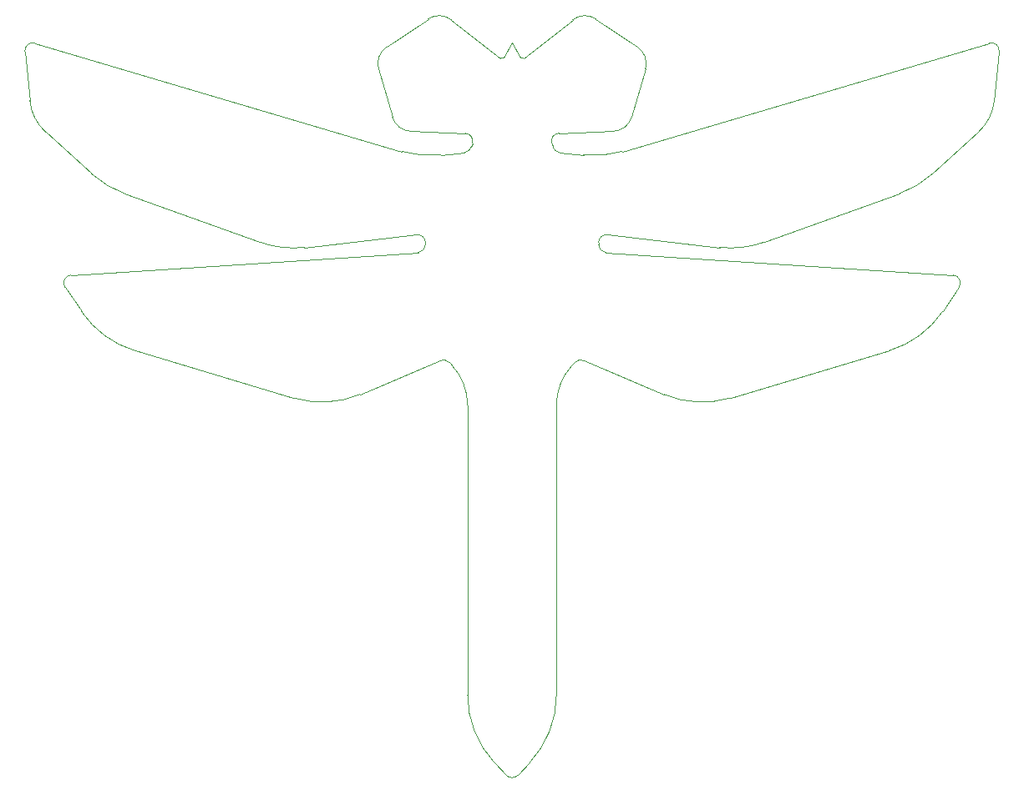
<source format=gm1>
G04 #@! TF.FileFunction,Profile,NP*
%FSLAX46Y46*%
G04 Gerber Fmt 4.6, Leading zero omitted, Abs format (unit mm)*
G04 Created by KiCad (PCBNEW 4.0.6) date 05/08/17 21:21:00*
%MOMM*%
%LPD*%
G01*
G04 APERTURE LIST*
%ADD10C,0.100000*%
G04 APERTURE END LIST*
D10*
X134038002Y-57732450D02*
G75*
G02X134777323Y-58758551I-27919J-799513D01*
G01*
X131558610Y-59934160D02*
X133995623Y-59669115D01*
X134038003Y-57732450D02*
X128526794Y-57539994D01*
X126674069Y-56092487D02*
X125270019Y-51195984D01*
X134676367Y-59100394D02*
G75*
G02X133995623Y-59669115I-767240J226589D01*
G01*
X131558610Y-59934160D02*
G75*
G02X127645053Y-59583286I-1081203J9941378D01*
G01*
X134676367Y-59100393D02*
X134777323Y-58758551D01*
X90436183Y-48594429D02*
X127645053Y-59583286D01*
X128526793Y-57539995D02*
G75*
G02X126674069Y-56092487I69800J1998782D01*
G01*
X130027333Y-69040488D02*
X130028740Y-68846228D01*
X94095255Y-72126863D02*
X129279400Y-69833001D01*
X130027333Y-69040489D02*
G75*
G02X129279400Y-69833001I-799979J5793D01*
G01*
X93485147Y-73374113D02*
G75*
G02X94095255Y-72126863I662154J448945D01*
G01*
X139378443Y-122893814D02*
G75*
G02X138213133Y-122893814I-582655J548192D01*
G01*
X134295788Y-114765422D02*
X134295788Y-85358395D01*
X137012606Y-121617813D02*
G75*
G02X134295788Y-114765422I7283182J6852391D01*
G01*
X145163475Y-80994426D02*
X144925879Y-81246960D01*
X89413576Y-49441390D02*
G75*
G02X90436183Y-48594429I796019J79720D01*
G01*
X129139907Y-68045385D02*
G75*
G02X130028740Y-68846228I88854J-795050D01*
G01*
X99518096Y-63858717D02*
G75*
G02X96176959Y-61850631I3382011J9410739D01*
G01*
X129139906Y-68045385D02*
X117738631Y-69319587D01*
X138213133Y-122893814D02*
X137012606Y-121617812D01*
X95150966Y-75831046D02*
X93485147Y-73374113D01*
X131534547Y-80805500D02*
G75*
G02X132428101Y-80994426I310899J-737118D01*
G01*
X143295787Y-114765422D02*
G75*
G02X140578970Y-121617812I-9999999J0D01*
G01*
X132665697Y-81246961D02*
G75*
G02X134295788Y-85358395I-4369909J-4111434D01*
G01*
X89912533Y-54423581D02*
X89413577Y-49441389D01*
X91526072Y-57626660D02*
G75*
G02X89912533Y-54423581I3361574J3701327D01*
G01*
X96176959Y-61850631D02*
X91526072Y-57626660D01*
X143295788Y-85358395D02*
X143295788Y-114765422D01*
X131534548Y-80805500D02*
X123399176Y-84236800D01*
X132665697Y-81246960D02*
X132428101Y-80994426D01*
X100566393Y-79801077D02*
G75*
G02X95150966Y-75831046I2861499J9581849D01*
G01*
X145163475Y-80994427D02*
G75*
G02X146057028Y-80805500I582655J-548191D01*
G01*
X116651451Y-84604678D02*
X100566393Y-79801077D01*
X113245939Y-68792198D02*
X99518096Y-63858716D01*
X117738631Y-69319587D02*
G75*
G02X113245939Y-68792198I-1110682J9938128D01*
G01*
X123399175Y-84236799D02*
G75*
G02X116651451Y-84604678I-3886225J9213969D01*
G01*
X140578970Y-121617812D02*
X139378443Y-122893814D01*
X143295788Y-85358394D02*
G75*
G02X144925879Y-81246960I6000000J-1D01*
G01*
X177025183Y-79801077D02*
X160940125Y-84604678D01*
X182440610Y-75831046D02*
G75*
G02X177025183Y-79801077I-8276926J5611818D01*
G01*
X142814253Y-58758552D02*
G75*
G02X143553573Y-57732450I767240J226589D01*
G01*
X184106429Y-73374113D02*
X182440610Y-75831046D01*
X144944734Y-46220254D02*
G75*
G02X147294443Y-46138201I1231323J-1576022D01*
G01*
X132646842Y-46220254D02*
X137623512Y-50108455D01*
X183496321Y-72126863D02*
G75*
G02X184106429Y-73374113I-52046J-798305D01*
G01*
X148312176Y-69833001D02*
X183496321Y-72126863D01*
X147562836Y-68846227D02*
G75*
G02X148451670Y-68045385I799979J5792D01*
G01*
X181414617Y-61850630D02*
G75*
G02X178073480Y-63858716I-6723148J7402652D01*
G01*
X139968064Y-50108455D02*
X144944734Y-46220254D01*
X186065504Y-57626660D02*
X181414617Y-61850631D01*
X187679043Y-54423581D02*
G75*
G02X186065504Y-57626660I-4975113J498248D01*
G01*
X149064782Y-57539994D02*
X143553573Y-57732450D01*
X130297133Y-46138201D02*
G75*
G02X132646842Y-46220254I1118386J-1658075D01*
G01*
X159852945Y-69319587D02*
X148451670Y-68045385D01*
X147562836Y-68846228D02*
X147564243Y-69040488D01*
X149946523Y-59583286D02*
X187155393Y-48594429D01*
X143595953Y-59669115D02*
G75*
G02X142915209Y-59100393I86496J795310D01*
G01*
X137920429Y-50049844D02*
G75*
G02X137623512Y-50108455I-173784J98991D01*
G01*
X125270020Y-51195984D02*
G75*
G02X126074157Y-48986634I1922523J551275D01*
G01*
X148312175Y-69833001D02*
G75*
G02X147564243Y-69040488I52047J798305D01*
G01*
X187155392Y-48594430D02*
G75*
G02X188177999Y-49441389I226589J-767240D01*
G01*
X178073480Y-63858716D02*
X164345637Y-68792198D01*
X164345637Y-68792198D02*
G75*
G02X159852945Y-69319587I-3382010J9410739D01*
G01*
X138795788Y-48513098D02*
X139671147Y-50049843D01*
X188177999Y-49441389D02*
X187679043Y-54423581D01*
X143595953Y-59669115D02*
X146032966Y-59934160D01*
X142814253Y-58758551D02*
X142915209Y-59100393D01*
X150917505Y-56092487D02*
G75*
G02X149064782Y-57539994I-1922522J551274D01*
G01*
X151517419Y-48986633D02*
G75*
G02X152321557Y-51195984I-1118386J-1658076D01*
G01*
X147294443Y-46138201D02*
X151517419Y-48986634D01*
X139968063Y-50108456D02*
G75*
G02X139671147Y-50049843I-123132J157603D01*
G01*
X126074157Y-48986634D02*
X130297133Y-46138201D01*
X149946523Y-59583286D02*
G75*
G02X146032966Y-59934160I-2832354J9590504D01*
G01*
X137920429Y-50049843D02*
X138795788Y-48513098D01*
X152321557Y-51195984D02*
X150917507Y-56092487D01*
X160940125Y-84604679D02*
G75*
G02X154192400Y-84236800I-2861499J9581849D01*
G01*
X154192400Y-84236800D02*
X146057028Y-80805500D01*
M02*

</source>
